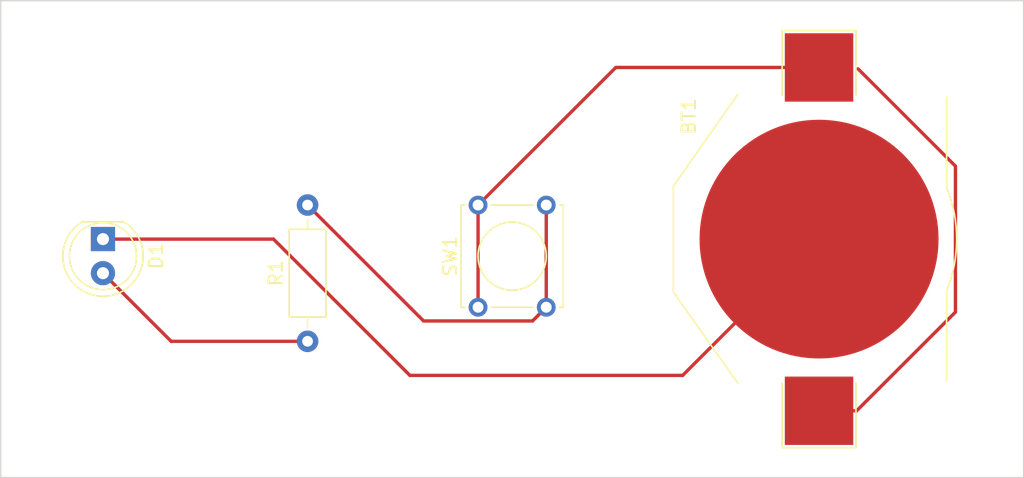
<source format=kicad_pcb>
(kicad_pcb (version 20221018) (generator pcbnew)
  (layers (0 "F.Cu" signal) (31 "B.Cu" signal) (34 "B.Paste" user) (35 "F.Paste" user) (36 "B.SilkS" user "B.Silkscreen") (37 "F.SilkS" user "F.Silkscreen") (38 "B.Mask" user) (39 "F.Mask" user) (44 "Edge.Cuts" user))
  (net 0 "")
  (net 1 "Net-(BT1-+)")
  (net 2 "Net-(BT1--)")
  (net 3 "Net-(D1-A)")
  (net 4 "Net-(SW1A-B)")
  (footprint "Battery:BatteryHolder_Keystone_3002_1x2032" (layer "F.Cu") (at 170.18 104.14 -90)
    (fp_text reference "BT1" (at -9.15 9.7 90) (layer "F.SilkS"))
    (fp_text value "Battery_Cell")
    (fp_line (start -15.55 -2.75) (end -15.55 2.75) (stroke (width 0.12)) (layer "F.SilkS"))
    (fp_line (start -15.55 2.75) (end -10.75 2.75) (stroke (width 0.12)) (layer "F.SilkS"))
    (fp_line (start -10.8 6.05) (end -3.95 10.85) (stroke (width 0.12)) (layer "F.SilkS"))
    (fp_line (start -10.75 -2.75) (end -15.55 -2.75) (stroke (width 0.12)) (layer "F.SilkS"))
    (fp_line (start -10.55 -9.5) (end -3.85 -9.5) (stroke (width 0.12)) (layer "F.SilkS"))
    (fp_line (start -3.95 10.85) (end 3.95 10.85) (stroke (width 0.12)) (layer "F.SilkS"))
    (fp_line (start 3.95 10.85) (end 10.75 6.05) (stroke (width 0.12)) (layer "F.SilkS"))
    (fp_line (start 10.55 -9.5) (end 3.85 -9.5) (stroke (width 0.12)) (layer "F.SilkS"))
    (fp_line (start 10.75 2.75) (end 15.55 2.75) (stroke (width 0.12)) (layer "F.SilkS"))
    (fp_line (start 15.55 -2.75) (end 10.75 -2.75) (stroke (width 0.12)) (layer "F.SilkS"))
    (fp_line (start 15.55 2.75) (end 15.55 -2.75) (stroke (width 0.12)) (layer "F.SilkS"))
    (fp_arc (start -3.846385 -9.501464) (mid 0.00195 -10.250487) (end 3.85 -9.5) (stroke (width 0.12)) (layer "F.SilkS"))
    (pad "1" smd rect (at -12.8 0 270) (size 5.1 5.1) (layers "F.Cu" "F.Paste" "F.Mask") (net 1 "Net-(BT1-+)"))
    (pad "1" smd rect (at 12.8 0 270) (size 5.1 5.1) (layers "F.Cu" "F.Paste" "F.Mask") (net 1 "Net-(BT1-+)"))
    (pad "2" smd circle (at 0 0 270) (size 17.8 17.8) (layers "F.Cu" "F.Mask") (net 2 "Net-(BT1--)"))
  )
  (footprint "Resistor_THT:R_Axial_DIN0207_L6.3mm_D2.5mm_P10.16mm_Horizontal" (layer "F.Cu") (at 132.08 111.76 90)
    (fp_text reference "R1" (at 5.08 -2.37 90) (layer "F.SilkS"))
    (fp_text value "R")
    (fp_line (start 1.04 0) (end 1.81 0) (stroke (width 0.12)) (layer "F.SilkS"))
    (fp_line (start 1.81 -1.37) (end 1.81 1.37) (stroke (width 0.12)) (layer "F.SilkS"))
    (fp_line (start 1.81 1.37) (end 8.35 1.37) (stroke (width 0.12)) (layer "F.SilkS"))
    (fp_line (start 8.35 -1.37) (end 1.81 -1.37) (stroke (width 0.12)) (layer "F.SilkS"))
    (fp_line (start 8.35 1.37) (end 8.35 -1.37) (stroke (width 0.12)) (layer "F.SilkS"))
    (fp_line (start 9.12 0) (end 8.35 0) (stroke (width 0.12)) (layer "F.SilkS"))
    (pad "1" thru_hole circle (at 0 0 90) (size 1.6 1.6) (drill 0.8) (layers "*.Cu" "*.Mask") (net 3 "Net-(D1-A)"))
    (pad "2" thru_hole oval (at 10.16 0 90) (size 1.6 1.6) (drill 0.8) (layers "*.Cu" "*.Mask") (net 4 "Net-(SW1A-B)"))
  )
  (footprint "Button_Switch_THT:SW_Tactile_Straight_KSA0Axx1LFTR" (layer "F.Cu") (at 144.78 109.22 90)
    (fp_text reference "SW1" (at 3.81 -2.08 90) (layer "F.SilkS"))
    (fp_text value "SW_DPST_x2")
    (fp_line (start 0 -1.27) (end 0 -0.97) (stroke (width 0.12)) (layer "F.SilkS"))
    (fp_line (start 0 -1.27) (end 7.62 -1.27) (stroke (width 0.12)) (layer "F.SilkS"))
    (fp_line (start 0 0.97) (end 0 4.11) (stroke (width 0.12)) (layer "F.SilkS"))
    (fp_line (start 0 6.05) (end 0 6.35) (stroke (width 0.12)) (layer "F.SilkS"))
    (fp_line (start 7.62 -1.27) (end 7.62 -0.97) (stroke (width 0.12)) (layer "F.SilkS"))
    (fp_line (start 7.62 0.97) (end 7.62 4.11) (stroke (width 0.12)) (layer "F.SilkS"))
    (fp_line (start 7.62 6.05) (end 7.62 6.35) (stroke (width 0.12)) (layer "F.SilkS"))
    (fp_line (start 7.62 6.35) (end 0 6.35) (stroke (width 0.12)) (layer "F.SilkS"))
    (fp_circle (center 3.81 2.54) (end 3.81 0) (stroke (width 0.12)) (fill none) (layer "F.SilkS"))
    (pad "1" thru_hole circle (at 0 0 90) (size 1.397 1.397) (drill 0.8128) (layers "*.Cu" "*.Mask") (net 1 "Net-(BT1-+)"))
    (pad "1" thru_hole circle (at 7.62 0 90) (size 1.397 1.397) (drill 0.8128) (layers "*.Cu" "*.Mask") (net 1 "Net-(BT1-+)"))
    (pad "2" thru_hole circle (at 0 5.08 90) (size 1.397 1.397) (drill 0.8128) (layers "*.Cu" "*.Mask") (net 4 "Net-(SW1A-B)"))
    (pad "2" thru_hole circle (at 7.62 5.08 90) (size 1.397 1.397) (drill 0.8128) (layers "*.Cu" "*.Mask") (net 4 "Net-(SW1A-B)"))
  )
  (footprint "LED_THT:LED_D5.0mm_Clear" (layer "F.Cu") (at 116.84 104.14 -90)
    (fp_text reference "D1" (at 1.27 -3.96 90) (layer "F.SilkS"))
    (fp_text value "LED")
    (fp_line (start -1.29 -1.545) (end -1.29 1.545) (stroke (width 0.12)) (layer "F.SilkS"))
    (fp_arc (start -1.29 -1.54483) (mid 2.072002 -2.880433) (end 4.26 0.000462) (stroke (width 0.12)) (layer "F.SilkS"))
    (fp_arc (start 4.26 -0.000462) (mid 2.072002 2.880433) (end -1.29 1.54483) (stroke (width 0.12)) (layer "F.SilkS"))
    (fp_circle (center 1.27 0) (end 3.77 0) (stroke (width 0.12)) (fill none) (layer "F.SilkS"))
    (pad "1" thru_hole rect (at 0 0 270) (size 1.8 1.8) (drill 0.9) (layers "*.Cu" "*.Mask") (net 2 "Net-(BT1--)"))
    (pad "2" thru_hole circle (at 2.54 0 270) (size 1.8 1.8) (drill 0.9) (layers "*.Cu" "*.Mask") (net 3 "Net-(D1-A)"))
  )
  (gr_line (start 109.22 88.9) (end 109.22 86.36) (stroke (width 0.1)) (layer "Edge.Cuts"))
  (gr_line (start 109.22 121.92) (end 109.22 88.9) (stroke (width 0.1)) (layer "Edge.Cuts"))
  (gr_line (start 109.22 86.36) (end 185.42 86.36) (stroke (width 0.1)) (layer "Edge.Cuts"))
  (gr_line (start 185.42 86.36) (end 185.42 121.92) (stroke (width 0.1)) (layer "Edge.Cuts"))
  (gr_line (start 185.42 121.92) (end 109.22 121.92) (stroke (width 0.1)) (layer "Edge.Cuts"))
  (segment (start 170.18 91.34) (end 155.04 91.34) (width 0.25) (layer "F.Cu") (net 1))
  (segment (start 180.34 109.58) (end 180.34 98.7) (width 0.25) (layer "F.Cu") (net 1))
  (segment (start 180.34 98.7) (end 173.08 91.44) (width 0.25) (layer "F.Cu") (net 1))
  (segment (start 155.04 91.34) (end 144.78 101.6) (width 0.25) (layer "F.Cu") (net 1))
  (segment (start 172.98 116.94) (end 180.34 109.58) (width 0.25) (layer "F.Cu") (net 1))
  (segment (start 170.18 116.94) (end 172.98 116.94) (width 0.25) (layer "F.Cu") (net 1))
  (segment (start 144.78 101.6) (end 144.78 109.22) (width 0.25) (layer "F.Cu") (net 1))
  (segment (start 116.84 104.14) (end 129.54 104.14) (width 0.25) (layer "F.Cu") (net 2))
  (segment (start 139.7 114.3) (end 160.02 114.3) (width 0.25) (layer "F.Cu") (net 2))
  (segment (start 129.54 104.14) (end 139.7 114.3) (width 0.25) (layer "F.Cu") (net 2))
  (segment (start 160.02 114.3) (end 170.18 104.14) (width 0.25) (layer "F.Cu") (net 2))
  (segment (start 132.08 111.76) (end 121.92 111.76) (width 0.25) (layer "F.Cu") (net 3))
  (segment (start 121.92 111.76) (end 116.84 106.68) (width 0.25) (layer "F.Cu") (net 3))
  (segment (start 149.86 109.22) (end 148.8365 110.2435) (width 0.25) (layer "F.Cu") (net 4))
  (segment (start 148.8365 110.2435) (end 140.7235 110.2435) (width 0.25) (layer "F.Cu") (net 4))
  (segment (start 149.86 101.6) (end 149.86 109.22) (width 0.25) (layer "F.Cu") (net 4))
  (segment (start 140.7235 110.2435) (end 132.08 101.6) (width 0.25) (layer "F.Cu") (net 4))
)
</source>
